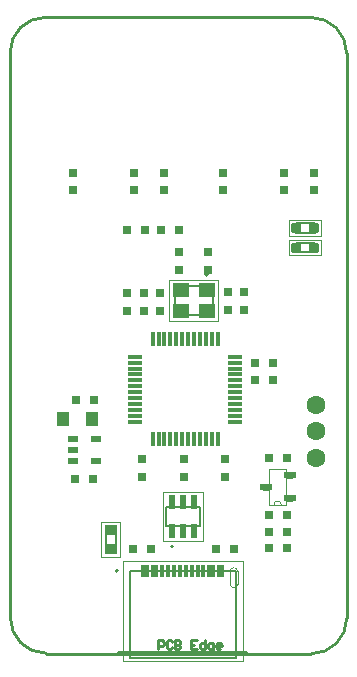
<source format=gtp>
G04*
G04 #@! TF.GenerationSoftware,Altium Limited,Altium Designer,20.0.12 (288)*
G04*
G04 Layer_Color=8421504*
%FSLAX44Y44*%
%MOMM*%
G71*
G01*
G75*
%ADD10C,0.2000*%
%ADD11C,0.2540*%
%ADD12C,0.1270*%
%ADD14C,0.0000*%
%ADD15C,0.0500*%
%ADD16R,0.3000X1.1400*%
%ADD17R,0.3000X1.2000*%
%ADD18R,1.2000X0.3000*%
%ADD19R,0.8000X0.8000*%
%ADD20R,0.8000X0.8000*%
%ADD21R,1.0000X0.5588*%
%ADD22R,0.9900X0.9200*%
%ADD23C,1.6000*%
%ADD24R,0.9000X0.6000*%
%ADD25R,1.0000X1.3000*%
G04:AMPARAMS|DCode=26|XSize=0.91mm|YSize=0.83mm|CornerRadius=0.22mm|HoleSize=0mm|Usage=FLASHONLY|Rotation=0.000|XOffset=0mm|YOffset=0mm|HoleType=Round|Shape=RoundedRectangle|*
%AMROUNDEDRECTD26*
21,1,0.9100,0.3901,0,0,0.0*
21,1,0.4701,0.8300,0,0,0.0*
1,1,0.4399,0.2351,-0.1951*
1,1,0.4399,-0.2351,-0.1951*
1,1,0.4399,-0.2351,0.1951*
1,1,0.4399,0.2351,0.1951*
%
%ADD26ROUNDEDRECTD26*%
G04:AMPARAMS|DCode=27|XSize=1.21mm|YSize=0.59mm|CornerRadius=0.0738mm|HoleSize=0mm|Usage=FLASHONLY|Rotation=90.000|XOffset=0mm|YOffset=0mm|HoleType=Round|Shape=RoundedRectangle|*
%AMROUNDEDRECTD27*
21,1,1.2100,0.4425,0,0,90.0*
21,1,1.0625,0.5900,0,0,90.0*
1,1,0.1475,0.2213,0.5313*
1,1,0.1475,0.2213,-0.5313*
1,1,0.1475,-0.2213,-0.5313*
1,1,0.1475,-0.2213,0.5313*
%
%ADD27ROUNDEDRECTD27*%
%ADD28R,1.4000X1.2000*%
D10*
X1331519Y519537D02*
G03*
X1331519Y519537I-1000J0D01*
G01*
X1378050Y540000D02*
G03*
X1378050Y540000I-1000J0D01*
G01*
X1407510Y770420D02*
G03*
X1407510Y770420I-1000J0D01*
G01*
D11*
X1495157Y449343D02*
G03*
X1525157Y479343I0J30000D01*
G01*
X1525000Y958000D02*
G03*
X1495000Y988000I-30000J0D01*
G01*
X1270000Y988250D02*
G03*
X1240000Y958250I0J-30000D01*
G01*
X1240270Y479770D02*
G03*
X1270270Y449770I30000J0D01*
G01*
Y449500D02*
X1495157Y449500D01*
X1525000Y958000D02*
X1525000Y479343D01*
X1270000Y988237D02*
X1495000Y988018D01*
X1240000Y958250D02*
X1240000Y479770D01*
X1270270Y449500D02*
X1341750D01*
X1365569Y453537D02*
Y460534D01*
X1369067D01*
X1370234Y459368D01*
Y457035D01*
X1369067Y455869D01*
X1365569D01*
X1377231Y459368D02*
X1376065Y460534D01*
X1373733D01*
X1372566Y459368D01*
Y454703D01*
X1373733Y453537D01*
X1376065D01*
X1377231Y454703D01*
X1379564Y460534D02*
Y453537D01*
X1383063D01*
X1384229Y454703D01*
Y455869D01*
X1383063Y457035D01*
X1379564D01*
X1383063D01*
X1384229Y458202D01*
Y459368D01*
X1383063Y460534D01*
X1379564D01*
X1398225D02*
X1393560D01*
Y453537D01*
X1398225D01*
X1393560Y457035D02*
X1395892D01*
X1405222Y460534D02*
Y453537D01*
X1401724D01*
X1400557Y454703D01*
Y457035D01*
X1401724Y458202D01*
X1405222D01*
X1409888Y451204D02*
X1411054D01*
X1412220Y452370D01*
Y458202D01*
X1408721D01*
X1407555Y457035D01*
Y454703D01*
X1408721Y453537D01*
X1412220D01*
X1418052D02*
X1415719D01*
X1414553Y454703D01*
Y457035D01*
X1415719Y458202D01*
X1418052D01*
X1419218Y457035D01*
Y455869D01*
X1414553D01*
D12*
X1341569Y446037D02*
Y519537D01*
Y446037D02*
X1430969D01*
Y519537D01*
X1341569D02*
X1430969D01*
X1331569Y450937D02*
X1440969D01*
X1321150Y538000D02*
Y554000D01*
Y538000D02*
X1329350D01*
Y554000D01*
X1321150D02*
X1329350D01*
X1482000Y805750D02*
Y813750D01*
Y805750D02*
X1498000D01*
Y813750D01*
X1482000D02*
X1498000D01*
X1482000Y789250D02*
Y797250D01*
Y789250D02*
X1498000D01*
Y797250D01*
X1482000D02*
X1498000D01*
X1371875Y557425D02*
Y573675D01*
X1401125D01*
Y557425D02*
Y573675D01*
X1371875Y557425D02*
X1401125D01*
X1411510Y735920D02*
Y760920D01*
X1379510Y735920D02*
X1411510D01*
X1379510Y760920D02*
X1411510D01*
X1379510Y735920D02*
Y760920D01*
D14*
X1429443Y522135D02*
G03*
X1426270Y518611I176J-3349D01*
G01*
X1432768Y519152D02*
G03*
X1429453Y522136I-3149J-165D01*
G01*
Y505137D02*
G03*
X1432768Y508122I165J3149D01*
G01*
X1426269Y508128D02*
G03*
X1429477Y505137I3100J108D01*
G01*
X1432769Y508137D02*
Y519137D01*
X1426269Y508137D02*
Y518637D01*
X1469660Y575610D02*
G03*
X1463564Y575610I-3048J0D01*
G01*
X1459500Y605582D02*
X1473724D01*
X1459500Y593136D02*
Y605582D01*
Y588056D02*
Y593136D01*
Y575610D02*
Y588056D01*
Y575610D02*
X1463564D01*
X1469660D01*
X1473724D01*
Y578404D01*
Y583484D01*
Y597708D01*
Y578404D02*
X1479058D01*
Y583484D01*
X1473724D02*
X1479058D01*
X1473724Y602788D02*
Y605582D01*
Y597708D02*
Y602788D01*
Y597708D02*
X1479058D01*
Y602788D01*
X1473724D02*
X1479058D01*
X1454166Y593136D02*
X1459500D01*
X1454166Y588056D02*
Y593136D01*
Y588056D02*
X1459500D01*
D15*
X1335519Y443537D02*
Y527737D01*
Y443537D02*
X1437019D01*
Y527737D01*
X1335519D02*
X1437019D01*
X1333450Y531100D02*
Y560900D01*
X1317050D02*
X1333450D01*
X1317050Y531100D02*
Y560900D01*
Y531100D02*
X1333450D01*
X1476300Y803050D02*
Y816450D01*
Y803050D02*
X1503700D01*
Y816450D01*
X1476300D02*
X1503700D01*
X1476300Y786550D02*
Y799950D01*
Y786550D02*
X1503700D01*
Y799950D01*
X1476300D02*
X1503700D01*
X1369375Y544450D02*
X1403625D01*
Y586650D01*
X1369375D02*
X1403625D01*
X1369375Y544450D02*
Y586650D01*
X1416010Y731420D02*
Y765420D01*
X1375010D02*
X1416010D01*
X1375010Y731420D02*
X1416010D01*
X1375010D02*
Y765420D01*
D16*
X1383769Y519537D02*
D03*
X1378769D02*
D03*
X1373769D02*
D03*
X1368769D02*
D03*
X1363769D02*
D03*
X1360769D02*
D03*
X1355769D02*
D03*
X1352769D02*
D03*
X1388769D02*
D03*
X1393769D02*
D03*
X1398769D02*
D03*
X1403769D02*
D03*
X1408769D02*
D03*
X1411769D02*
D03*
X1416769D02*
D03*
X1419769D02*
D03*
D17*
X1415780Y715790D02*
D03*
X1410780D02*
D03*
X1405780D02*
D03*
X1400780D02*
D03*
X1395780D02*
D03*
X1390780D02*
D03*
X1385780D02*
D03*
X1380780D02*
D03*
X1375780D02*
D03*
X1370780D02*
D03*
X1365780D02*
D03*
X1360780D02*
D03*
Y630790D02*
D03*
X1365780D02*
D03*
X1370780D02*
D03*
X1375780D02*
D03*
X1380780D02*
D03*
X1385780D02*
D03*
X1390780D02*
D03*
X1395780D02*
D03*
X1400780D02*
D03*
X1405780D02*
D03*
X1410780D02*
D03*
X1415780D02*
D03*
D18*
X1345780Y700790D02*
D03*
Y695790D02*
D03*
Y690790D02*
D03*
Y685790D02*
D03*
Y680790D02*
D03*
Y675790D02*
D03*
Y670790D02*
D03*
Y665790D02*
D03*
Y660790D02*
D03*
Y655790D02*
D03*
Y650790D02*
D03*
Y645790D02*
D03*
X1430780D02*
D03*
Y650790D02*
D03*
Y655790D02*
D03*
Y660790D02*
D03*
Y665790D02*
D03*
Y670790D02*
D03*
Y675790D02*
D03*
Y680790D02*
D03*
Y685790D02*
D03*
Y690790D02*
D03*
Y695790D02*
D03*
Y700790D02*
D03*
D19*
X1293500Y841750D02*
D03*
Y856750D02*
D03*
X1345000Y841750D02*
D03*
Y856750D02*
D03*
X1370250Y841750D02*
D03*
Y856750D02*
D03*
X1420500Y841750D02*
D03*
Y856750D02*
D03*
X1471750Y841750D02*
D03*
Y856750D02*
D03*
X1497500Y841750D02*
D03*
Y856750D02*
D03*
X1367000Y754632D02*
D03*
Y739632D02*
D03*
X1387000Y614250D02*
D03*
Y599250D02*
D03*
X1351750Y614250D02*
D03*
Y599250D02*
D03*
X1424250Y755500D02*
D03*
Y740500D02*
D03*
X1407370Y789210D02*
D03*
Y774210D02*
D03*
X1353140Y739632D02*
D03*
Y754632D02*
D03*
X1339250D02*
D03*
Y739632D02*
D03*
X1383240Y789210D02*
D03*
Y774210D02*
D03*
X1421750Y599250D02*
D03*
Y614250D02*
D03*
X1438250Y755500D02*
D03*
Y740500D02*
D03*
D20*
X1459553Y552596D02*
D03*
X1474553D02*
D03*
X1459553Y614846D02*
D03*
X1474553D02*
D03*
Y566596D02*
D03*
X1459553D02*
D03*
Y538596D02*
D03*
X1474553D02*
D03*
X1295000Y597250D02*
D03*
X1310000D02*
D03*
X1339250Y808000D02*
D03*
X1354250D02*
D03*
X1368070D02*
D03*
X1383070D02*
D03*
X1295750Y664000D02*
D03*
X1310750D02*
D03*
X1429500Y538000D02*
D03*
X1414500D02*
D03*
X1447250Y681000D02*
D03*
X1462250D02*
D03*
Y695750D02*
D03*
X1447250D02*
D03*
X1344000Y538000D02*
D03*
X1359000D02*
D03*
D21*
X1476772Y580944D02*
D03*
Y600248D02*
D03*
X1456452Y590596D02*
D03*
D22*
X1325250Y553750D02*
D03*
Y538250D02*
D03*
D23*
X1499500Y615000D02*
D03*
Y660250D02*
D03*
Y637625D02*
D03*
D24*
X1293000Y621750D02*
D03*
Y612250D02*
D03*
Y631250D02*
D03*
X1313000D02*
D03*
Y612250D02*
D03*
D25*
X1284750Y647750D02*
D03*
X1309750D02*
D03*
D26*
X1497500Y809750D02*
D03*
X1482500D02*
D03*
X1497500Y793250D02*
D03*
X1482500D02*
D03*
D27*
X1377000Y553000D02*
D03*
X1386500D02*
D03*
X1396000D02*
D03*
Y578100D02*
D03*
X1386500D02*
D03*
X1377000D02*
D03*
D28*
X1406510Y756920D02*
D03*
X1384510D02*
D03*
Y739920D02*
D03*
X1406510D02*
D03*
M02*

</source>
